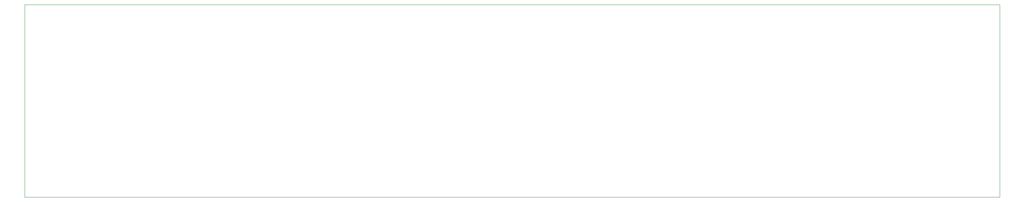
<source format=gbr>
%TF.GenerationSoftware,KiCad,Pcbnew,(5.1.10)-1*%
%TF.CreationDate,2021-12-13T10:36:09-08:00*%
%TF.ProjectId,Ethernet Splitter,45746865-726e-4657-9420-53706c697474,rev?*%
%TF.SameCoordinates,Original*%
%TF.FileFunction,Profile,NP*%
%FSLAX46Y46*%
G04 Gerber Fmt 4.6, Leading zero omitted, Abs format (unit mm)*
G04 Created by KiCad (PCBNEW (5.1.10)-1) date 2021-12-13 10:36:09*
%MOMM*%
%LPD*%
G01*
G04 APERTURE LIST*
%TA.AperFunction,Profile*%
%ADD10C,0.050000*%
%TD*%
G04 APERTURE END LIST*
D10*
X38100000Y-114300000D02*
X269240000Y-114300000D01*
X38100000Y-109220000D02*
X38100000Y-114300000D01*
X38100000Y-68580000D02*
X38100000Y-109220000D01*
X269240000Y-68580000D02*
X38100000Y-68580000D01*
X269240000Y-114300000D02*
X269240000Y-68580000D01*
M02*

</source>
